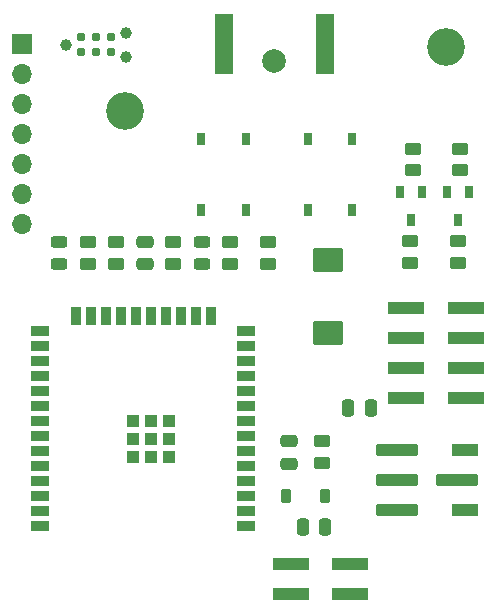
<source format=gts>
G04 #@! TF.GenerationSoftware,KiCad,Pcbnew,7.0.10*
G04 #@! TF.CreationDate,2024-02-15T21:55:24+01:00*
G04 #@! TF.ProjectId,ithowifi_4l,6974686f-7769-4666-995f-346c2e6b6963,rev?*
G04 #@! TF.SameCoordinates,Original*
G04 #@! TF.FileFunction,Soldermask,Top*
G04 #@! TF.FilePolarity,Negative*
%FSLAX46Y46*%
G04 Gerber Fmt 4.6, Leading zero omitted, Abs format (unit mm)*
G04 Created by KiCad (PCBNEW 7.0.10) date 2024-02-15 21:55:24*
%MOMM*%
%LPD*%
G01*
G04 APERTURE LIST*
G04 Aperture macros list*
%AMRoundRect*
0 Rectangle with rounded corners*
0 $1 Rounding radius*
0 $2 $3 $4 $5 $6 $7 $8 $9 X,Y pos of 4 corners*
0 Add a 4 corners polygon primitive as box body*
4,1,4,$2,$3,$4,$5,$6,$7,$8,$9,$2,$3,0*
0 Add four circle primitives for the rounded corners*
1,1,$1+$1,$2,$3*
1,1,$1+$1,$4,$5*
1,1,$1+$1,$6,$7*
1,1,$1+$1,$8,$9*
0 Add four rect primitives between the rounded corners*
20,1,$1+$1,$2,$3,$4,$5,0*
20,1,$1+$1,$4,$5,$6,$7,0*
20,1,$1+$1,$6,$7,$8,$9,0*
20,1,$1+$1,$8,$9,$2,$3,0*%
G04 Aperture macros list end*
%ADD10R,0.700000X1.000000*%
%ADD11RoundRect,0.250000X-0.450000X0.262500X-0.450000X-0.262500X0.450000X-0.262500X0.450000X0.262500X0*%
%ADD12R,1.700000X1.700000*%
%ADD13O,1.700000X1.700000*%
%ADD14R,1.500000X0.900000*%
%ADD15R,0.900000X1.500000*%
%ADD16R,1.050000X1.050000*%
%ADD17C,3.200000*%
%ADD18RoundRect,0.243750X0.456250X-0.243750X0.456250X0.243750X-0.456250X0.243750X-0.456250X-0.243750X0*%
%ADD19R,3.150000X1.000000*%
%ADD20C,0.990600*%
%ADD21C,0.787400*%
%ADD22R,0.750000X1.000000*%
%ADD23RoundRect,0.250000X0.250000X0.475000X-0.250000X0.475000X-0.250000X-0.475000X0.250000X-0.475000X0*%
%ADD24RoundRect,0.250000X0.450000X-0.262500X0.450000X0.262500X-0.450000X0.262500X-0.450000X-0.262500X0*%
%ADD25RoundRect,0.250000X0.475000X-0.250000X0.475000X0.250000X-0.475000X0.250000X-0.475000X-0.250000X0*%
%ADD26RoundRect,0.250000X1.025000X-0.787500X1.025000X0.787500X-1.025000X0.787500X-1.025000X-0.787500X0*%
%ADD27RoundRect,0.250000X-0.250000X-0.475000X0.250000X-0.475000X0.250000X0.475000X-0.250000X0.475000X0*%
%ADD28RoundRect,0.225000X0.225000X0.375000X-0.225000X0.375000X-0.225000X-0.375000X0.225000X-0.375000X0*%
%ADD29C,2.000000*%
%ADD30RoundRect,0.105000X-1.655000X0.420000X-1.655000X-0.420000X1.655000X-0.420000X1.655000X0.420000X0*%
%ADD31RoundRect,0.105000X-1.005000X0.420000X-1.005000X-0.420000X1.005000X-0.420000X1.005000X0.420000X0*%
%ADD32R,1.500000X5.080000*%
G04 APERTURE END LIST*
D10*
X119608600Y-120339000D03*
X117708600Y-120339000D03*
X118658600Y-122739000D03*
D11*
X118872000Y-116711900D03*
X118872000Y-118536900D03*
D12*
X85725000Y-107797600D03*
D13*
X85725000Y-110337600D03*
X85725000Y-112877600D03*
X85725000Y-115417600D03*
X85725000Y-117957600D03*
X85725000Y-120497600D03*
X85725000Y-123037600D03*
D14*
X104727600Y-148613600D03*
X104727600Y-147343600D03*
X104727600Y-146073600D03*
X104727600Y-144803600D03*
X104727600Y-143533600D03*
X104727600Y-142263600D03*
X104727600Y-140993600D03*
X104727600Y-139723600D03*
X104727600Y-138453600D03*
X104727600Y-137183600D03*
X104727600Y-135913600D03*
X104727600Y-134643600D03*
X104727600Y-133373600D03*
X104727600Y-132103600D03*
D15*
X101697600Y-130853600D03*
X100427600Y-130853600D03*
X99157600Y-130853600D03*
X97887600Y-130853600D03*
X96617600Y-130853600D03*
X95347600Y-130853600D03*
X94077600Y-130853600D03*
X92807600Y-130853600D03*
X91537600Y-130853600D03*
X90267600Y-130853600D03*
D14*
X87227600Y-132103600D03*
X87227600Y-133373600D03*
X87227600Y-134643600D03*
X87227600Y-135913600D03*
X87227600Y-137183600D03*
X87227600Y-138453600D03*
X87227600Y-139723600D03*
X87227600Y-140993600D03*
X87227600Y-142263600D03*
X87227600Y-143533600D03*
X87227600Y-144803600D03*
X87227600Y-146073600D03*
X87227600Y-147343600D03*
X87227600Y-148613600D03*
D16*
X98182600Y-142798600D03*
X98182600Y-141273600D03*
X98182600Y-139748600D03*
X96657600Y-142798600D03*
X96657600Y-141273600D03*
X96657600Y-139748600D03*
X95132600Y-142798600D03*
X95132600Y-141273600D03*
X95132600Y-139748600D03*
D11*
X91313000Y-124588900D03*
X91313000Y-126413900D03*
X106536000Y-124597500D03*
X106536000Y-126422500D03*
X118618000Y-124548500D03*
X118618000Y-126373500D03*
D17*
X94488000Y-113538000D03*
D18*
X88900000Y-126438900D03*
X88900000Y-124563900D03*
D19*
X108473000Y-151892000D03*
X113523000Y-151892000D03*
X108473000Y-154432000D03*
X113523000Y-154432000D03*
D20*
X94576000Y-108917400D03*
X89496000Y-107901400D03*
X94576000Y-106885400D03*
D21*
X90766000Y-108536400D03*
X90766000Y-107266400D03*
X92036000Y-108536400D03*
X92036000Y-107266400D03*
X93306000Y-108536400D03*
X93306000Y-107266400D03*
D22*
X113675000Y-121872000D03*
X113675000Y-115872000D03*
X109925000Y-121872000D03*
X109925000Y-115872000D03*
D23*
X115250000Y-138684000D03*
X113350000Y-138684000D03*
D10*
X123606600Y-120339000D03*
X121706600Y-120339000D03*
X122656600Y-122739000D03*
D24*
X122859800Y-118536900D03*
X122859800Y-116711900D03*
D11*
X122682000Y-124548500D03*
X122682000Y-126373500D03*
D25*
X96139000Y-126451400D03*
X96139000Y-124551400D03*
D24*
X98552000Y-126428000D03*
X98552000Y-124603000D03*
D26*
X111632000Y-132308600D03*
X111632000Y-126083600D03*
D27*
X109486900Y-148751000D03*
X111386900Y-148751000D03*
D25*
X108377500Y-143351000D03*
X108377500Y-141451000D03*
D28*
X111425500Y-146084000D03*
X108125500Y-146084000D03*
D24*
X111171500Y-143290000D03*
X111171500Y-141465000D03*
D29*
X107100780Y-109251460D03*
D24*
X93726000Y-126413900D03*
X93726000Y-124588900D03*
X103378000Y-126428000D03*
X103378000Y-124603000D03*
D18*
X100965000Y-124578000D03*
X100965000Y-126453000D03*
D22*
X104675000Y-121872000D03*
X104675000Y-115872000D03*
X100925000Y-121872000D03*
X100925000Y-115872000D03*
D17*
X121630000Y-108120000D03*
D30*
X117475000Y-142240000D03*
X117475000Y-144780000D03*
X117475000Y-147320000D03*
D31*
X123205000Y-147320000D03*
D30*
X122555000Y-144780000D03*
D31*
X123205000Y-142240000D03*
D19*
X123295000Y-137810000D03*
X118245000Y-137810000D03*
X123295000Y-135270000D03*
X118245000Y-135270000D03*
X123295000Y-132730000D03*
X118245000Y-132730000D03*
X123295000Y-130190000D03*
X118245000Y-130190000D03*
D32*
X102850000Y-107848400D03*
X111350000Y-107848400D03*
M02*

</source>
